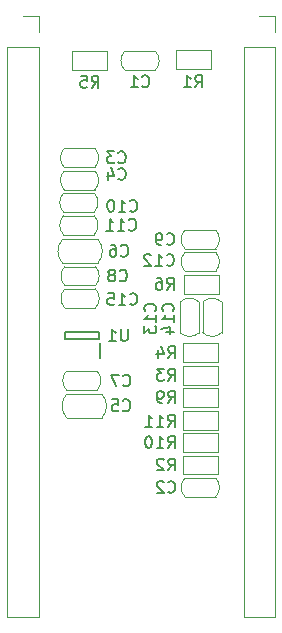
<source format=gbr>
%TF.GenerationSoftware,KiCad,Pcbnew,9.0.0*%
%TF.CreationDate,2025-02-28T11:04:11+07:00*%
%TF.ProjectId,SMT32_Bluepill,534d5433-325f-4426-9c75-6570696c6c2e,rev?*%
%TF.SameCoordinates,Original*%
%TF.FileFunction,Legend,Bot*%
%TF.FilePolarity,Positive*%
%FSLAX46Y46*%
G04 Gerber Fmt 4.6, Leading zero omitted, Abs format (unit mm)*
G04 Created by KiCad (PCBNEW 9.0.0) date 2025-02-28 11:04:11*
%MOMM*%
%LPD*%
G01*
G04 APERTURE LIST*
%ADD10C,0.150000*%
%ADD11C,0.120000*%
%ADD12C,0.200000*%
G04 APERTURE END LIST*
D10*
X32242857Y-85254819D02*
X32576190Y-84778628D01*
X32814285Y-85254819D02*
X32814285Y-84254819D01*
X32814285Y-84254819D02*
X32433333Y-84254819D01*
X32433333Y-84254819D02*
X32338095Y-84302438D01*
X32338095Y-84302438D02*
X32290476Y-84350057D01*
X32290476Y-84350057D02*
X32242857Y-84445295D01*
X32242857Y-84445295D02*
X32242857Y-84588152D01*
X32242857Y-84588152D02*
X32290476Y-84683390D01*
X32290476Y-84683390D02*
X32338095Y-84731009D01*
X32338095Y-84731009D02*
X32433333Y-84778628D01*
X32433333Y-84778628D02*
X32814285Y-84778628D01*
X31290476Y-85254819D02*
X31861904Y-85254819D01*
X31576190Y-85254819D02*
X31576190Y-84254819D01*
X31576190Y-84254819D02*
X31671428Y-84397676D01*
X31671428Y-84397676D02*
X31766666Y-84492914D01*
X31766666Y-84492914D02*
X31861904Y-84540533D01*
X30671428Y-84254819D02*
X30576190Y-84254819D01*
X30576190Y-84254819D02*
X30480952Y-84302438D01*
X30480952Y-84302438D02*
X30433333Y-84350057D01*
X30433333Y-84350057D02*
X30385714Y-84445295D01*
X30385714Y-84445295D02*
X30338095Y-84635771D01*
X30338095Y-84635771D02*
X30338095Y-84873866D01*
X30338095Y-84873866D02*
X30385714Y-85064342D01*
X30385714Y-85064342D02*
X30433333Y-85159580D01*
X30433333Y-85159580D02*
X30480952Y-85207200D01*
X30480952Y-85207200D02*
X30576190Y-85254819D01*
X30576190Y-85254819D02*
X30671428Y-85254819D01*
X30671428Y-85254819D02*
X30766666Y-85207200D01*
X30766666Y-85207200D02*
X30814285Y-85159580D01*
X30814285Y-85159580D02*
X30861904Y-85064342D01*
X30861904Y-85064342D02*
X30909523Y-84873866D01*
X30909523Y-84873866D02*
X30909523Y-84635771D01*
X30909523Y-84635771D02*
X30861904Y-84445295D01*
X30861904Y-84445295D02*
X30814285Y-84350057D01*
X30814285Y-84350057D02*
X30766666Y-84302438D01*
X30766666Y-84302438D02*
X30671428Y-84254819D01*
X32266666Y-81454819D02*
X32599999Y-80978628D01*
X32838094Y-81454819D02*
X32838094Y-80454819D01*
X32838094Y-80454819D02*
X32457142Y-80454819D01*
X32457142Y-80454819D02*
X32361904Y-80502438D01*
X32361904Y-80502438D02*
X32314285Y-80550057D01*
X32314285Y-80550057D02*
X32266666Y-80645295D01*
X32266666Y-80645295D02*
X32266666Y-80788152D01*
X32266666Y-80788152D02*
X32314285Y-80883390D01*
X32314285Y-80883390D02*
X32361904Y-80931009D01*
X32361904Y-80931009D02*
X32457142Y-80978628D01*
X32457142Y-80978628D02*
X32838094Y-80978628D01*
X31790475Y-81454819D02*
X31599999Y-81454819D01*
X31599999Y-81454819D02*
X31504761Y-81407200D01*
X31504761Y-81407200D02*
X31457142Y-81359580D01*
X31457142Y-81359580D02*
X31361904Y-81216723D01*
X31361904Y-81216723D02*
X31314285Y-81026247D01*
X31314285Y-81026247D02*
X31314285Y-80645295D01*
X31314285Y-80645295D02*
X31361904Y-80550057D01*
X31361904Y-80550057D02*
X31409523Y-80502438D01*
X31409523Y-80502438D02*
X31504761Y-80454819D01*
X31504761Y-80454819D02*
X31695237Y-80454819D01*
X31695237Y-80454819D02*
X31790475Y-80502438D01*
X31790475Y-80502438D02*
X31838094Y-80550057D01*
X31838094Y-80550057D02*
X31885713Y-80645295D01*
X31885713Y-80645295D02*
X31885713Y-80883390D01*
X31885713Y-80883390D02*
X31838094Y-80978628D01*
X31838094Y-80978628D02*
X31790475Y-81026247D01*
X31790475Y-81026247D02*
X31695237Y-81073866D01*
X31695237Y-81073866D02*
X31504761Y-81073866D01*
X31504761Y-81073866D02*
X31409523Y-81026247D01*
X31409523Y-81026247D02*
X31361904Y-80978628D01*
X31361904Y-80978628D02*
X31314285Y-80883390D01*
X32242857Y-83454819D02*
X32576190Y-82978628D01*
X32814285Y-83454819D02*
X32814285Y-82454819D01*
X32814285Y-82454819D02*
X32433333Y-82454819D01*
X32433333Y-82454819D02*
X32338095Y-82502438D01*
X32338095Y-82502438D02*
X32290476Y-82550057D01*
X32290476Y-82550057D02*
X32242857Y-82645295D01*
X32242857Y-82645295D02*
X32242857Y-82788152D01*
X32242857Y-82788152D02*
X32290476Y-82883390D01*
X32290476Y-82883390D02*
X32338095Y-82931009D01*
X32338095Y-82931009D02*
X32433333Y-82978628D01*
X32433333Y-82978628D02*
X32814285Y-82978628D01*
X31290476Y-83454819D02*
X31861904Y-83454819D01*
X31576190Y-83454819D02*
X31576190Y-82454819D01*
X31576190Y-82454819D02*
X31671428Y-82597676D01*
X31671428Y-82597676D02*
X31766666Y-82692914D01*
X31766666Y-82692914D02*
X31861904Y-82740533D01*
X30338095Y-83454819D02*
X30909523Y-83454819D01*
X30623809Y-83454819D02*
X30623809Y-82454819D01*
X30623809Y-82454819D02*
X30719047Y-82597676D01*
X30719047Y-82597676D02*
X30814285Y-82692914D01*
X30814285Y-82692914D02*
X30909523Y-82740533D01*
X28441666Y-82059580D02*
X28489285Y-82107200D01*
X28489285Y-82107200D02*
X28632142Y-82154819D01*
X28632142Y-82154819D02*
X28727380Y-82154819D01*
X28727380Y-82154819D02*
X28870237Y-82107200D01*
X28870237Y-82107200D02*
X28965475Y-82011961D01*
X28965475Y-82011961D02*
X29013094Y-81916723D01*
X29013094Y-81916723D02*
X29060713Y-81726247D01*
X29060713Y-81726247D02*
X29060713Y-81583390D01*
X29060713Y-81583390D02*
X29013094Y-81392914D01*
X29013094Y-81392914D02*
X28965475Y-81297676D01*
X28965475Y-81297676D02*
X28870237Y-81202438D01*
X28870237Y-81202438D02*
X28727380Y-81154819D01*
X28727380Y-81154819D02*
X28632142Y-81154819D01*
X28632142Y-81154819D02*
X28489285Y-81202438D01*
X28489285Y-81202438D02*
X28441666Y-81250057D01*
X27536904Y-81154819D02*
X28013094Y-81154819D01*
X28013094Y-81154819D02*
X28060713Y-81631009D01*
X28060713Y-81631009D02*
X28013094Y-81583390D01*
X28013094Y-81583390D02*
X27917856Y-81535771D01*
X27917856Y-81535771D02*
X27679761Y-81535771D01*
X27679761Y-81535771D02*
X27584523Y-81583390D01*
X27584523Y-81583390D02*
X27536904Y-81631009D01*
X27536904Y-81631009D02*
X27489285Y-81726247D01*
X27489285Y-81726247D02*
X27489285Y-81964342D01*
X27489285Y-81964342D02*
X27536904Y-82059580D01*
X27536904Y-82059580D02*
X27584523Y-82107200D01*
X27584523Y-82107200D02*
X27679761Y-82154819D01*
X27679761Y-82154819D02*
X27917856Y-82154819D01*
X27917856Y-82154819D02*
X28013094Y-82107200D01*
X28013094Y-82107200D02*
X28060713Y-82059580D01*
X28066666Y-62459580D02*
X28114285Y-62507200D01*
X28114285Y-62507200D02*
X28257142Y-62554819D01*
X28257142Y-62554819D02*
X28352380Y-62554819D01*
X28352380Y-62554819D02*
X28495237Y-62507200D01*
X28495237Y-62507200D02*
X28590475Y-62411961D01*
X28590475Y-62411961D02*
X28638094Y-62316723D01*
X28638094Y-62316723D02*
X28685713Y-62126247D01*
X28685713Y-62126247D02*
X28685713Y-61983390D01*
X28685713Y-61983390D02*
X28638094Y-61792914D01*
X28638094Y-61792914D02*
X28590475Y-61697676D01*
X28590475Y-61697676D02*
X28495237Y-61602438D01*
X28495237Y-61602438D02*
X28352380Y-61554819D01*
X28352380Y-61554819D02*
X28257142Y-61554819D01*
X28257142Y-61554819D02*
X28114285Y-61602438D01*
X28114285Y-61602438D02*
X28066666Y-61650057D01*
X27209523Y-61888152D02*
X27209523Y-62554819D01*
X27447618Y-61507200D02*
X27685713Y-62221485D01*
X27685713Y-62221485D02*
X27066666Y-62221485D01*
X34566666Y-54723569D02*
X34899999Y-54247378D01*
X35138094Y-54723569D02*
X35138094Y-53723569D01*
X35138094Y-53723569D02*
X34757142Y-53723569D01*
X34757142Y-53723569D02*
X34661904Y-53771188D01*
X34661904Y-53771188D02*
X34614285Y-53818807D01*
X34614285Y-53818807D02*
X34566666Y-53914045D01*
X34566666Y-53914045D02*
X34566666Y-54056902D01*
X34566666Y-54056902D02*
X34614285Y-54152140D01*
X34614285Y-54152140D02*
X34661904Y-54199759D01*
X34661904Y-54199759D02*
X34757142Y-54247378D01*
X34757142Y-54247378D02*
X35138094Y-54247378D01*
X33614285Y-54723569D02*
X34185713Y-54723569D01*
X33899999Y-54723569D02*
X33899999Y-53723569D01*
X33899999Y-53723569D02*
X33995237Y-53866426D01*
X33995237Y-53866426D02*
X34090475Y-53961664D01*
X34090475Y-53961664D02*
X34185713Y-54009283D01*
X28466666Y-79959580D02*
X28514285Y-80007200D01*
X28514285Y-80007200D02*
X28657142Y-80054819D01*
X28657142Y-80054819D02*
X28752380Y-80054819D01*
X28752380Y-80054819D02*
X28895237Y-80007200D01*
X28895237Y-80007200D02*
X28990475Y-79911961D01*
X28990475Y-79911961D02*
X29038094Y-79816723D01*
X29038094Y-79816723D02*
X29085713Y-79626247D01*
X29085713Y-79626247D02*
X29085713Y-79483390D01*
X29085713Y-79483390D02*
X29038094Y-79292914D01*
X29038094Y-79292914D02*
X28990475Y-79197676D01*
X28990475Y-79197676D02*
X28895237Y-79102438D01*
X28895237Y-79102438D02*
X28752380Y-79054819D01*
X28752380Y-79054819D02*
X28657142Y-79054819D01*
X28657142Y-79054819D02*
X28514285Y-79102438D01*
X28514285Y-79102438D02*
X28466666Y-79150057D01*
X28133332Y-79054819D02*
X27466666Y-79054819D01*
X27466666Y-79054819D02*
X27895237Y-80054819D01*
X28266666Y-68959580D02*
X28314285Y-69007200D01*
X28314285Y-69007200D02*
X28457142Y-69054819D01*
X28457142Y-69054819D02*
X28552380Y-69054819D01*
X28552380Y-69054819D02*
X28695237Y-69007200D01*
X28695237Y-69007200D02*
X28790475Y-68911961D01*
X28790475Y-68911961D02*
X28838094Y-68816723D01*
X28838094Y-68816723D02*
X28885713Y-68626247D01*
X28885713Y-68626247D02*
X28885713Y-68483390D01*
X28885713Y-68483390D02*
X28838094Y-68292914D01*
X28838094Y-68292914D02*
X28790475Y-68197676D01*
X28790475Y-68197676D02*
X28695237Y-68102438D01*
X28695237Y-68102438D02*
X28552380Y-68054819D01*
X28552380Y-68054819D02*
X28457142Y-68054819D01*
X28457142Y-68054819D02*
X28314285Y-68102438D01*
X28314285Y-68102438D02*
X28266666Y-68150057D01*
X27409523Y-68054819D02*
X27599999Y-68054819D01*
X27599999Y-68054819D02*
X27695237Y-68102438D01*
X27695237Y-68102438D02*
X27742856Y-68150057D01*
X27742856Y-68150057D02*
X27838094Y-68292914D01*
X27838094Y-68292914D02*
X27885713Y-68483390D01*
X27885713Y-68483390D02*
X27885713Y-68864342D01*
X27885713Y-68864342D02*
X27838094Y-68959580D01*
X27838094Y-68959580D02*
X27790475Y-69007200D01*
X27790475Y-69007200D02*
X27695237Y-69054819D01*
X27695237Y-69054819D02*
X27504761Y-69054819D01*
X27504761Y-69054819D02*
X27409523Y-69007200D01*
X27409523Y-69007200D02*
X27361904Y-68959580D01*
X27361904Y-68959580D02*
X27314285Y-68864342D01*
X27314285Y-68864342D02*
X27314285Y-68626247D01*
X27314285Y-68626247D02*
X27361904Y-68531009D01*
X27361904Y-68531009D02*
X27409523Y-68483390D01*
X27409523Y-68483390D02*
X27504761Y-68435771D01*
X27504761Y-68435771D02*
X27695237Y-68435771D01*
X27695237Y-68435771D02*
X27790475Y-68483390D01*
X27790475Y-68483390D02*
X27838094Y-68531009D01*
X27838094Y-68531009D02*
X27885713Y-68626247D01*
X32166666Y-71854819D02*
X32499999Y-71378628D01*
X32738094Y-71854819D02*
X32738094Y-70854819D01*
X32738094Y-70854819D02*
X32357142Y-70854819D01*
X32357142Y-70854819D02*
X32261904Y-70902438D01*
X32261904Y-70902438D02*
X32214285Y-70950057D01*
X32214285Y-70950057D02*
X32166666Y-71045295D01*
X32166666Y-71045295D02*
X32166666Y-71188152D01*
X32166666Y-71188152D02*
X32214285Y-71283390D01*
X32214285Y-71283390D02*
X32261904Y-71331009D01*
X32261904Y-71331009D02*
X32357142Y-71378628D01*
X32357142Y-71378628D02*
X32738094Y-71378628D01*
X31309523Y-70854819D02*
X31499999Y-70854819D01*
X31499999Y-70854819D02*
X31595237Y-70902438D01*
X31595237Y-70902438D02*
X31642856Y-70950057D01*
X31642856Y-70950057D02*
X31738094Y-71092914D01*
X31738094Y-71092914D02*
X31785713Y-71283390D01*
X31785713Y-71283390D02*
X31785713Y-71664342D01*
X31785713Y-71664342D02*
X31738094Y-71759580D01*
X31738094Y-71759580D02*
X31690475Y-71807200D01*
X31690475Y-71807200D02*
X31595237Y-71854819D01*
X31595237Y-71854819D02*
X31404761Y-71854819D01*
X31404761Y-71854819D02*
X31309523Y-71807200D01*
X31309523Y-71807200D02*
X31261904Y-71759580D01*
X31261904Y-71759580D02*
X31214285Y-71664342D01*
X31214285Y-71664342D02*
X31214285Y-71426247D01*
X31214285Y-71426247D02*
X31261904Y-71331009D01*
X31261904Y-71331009D02*
X31309523Y-71283390D01*
X31309523Y-71283390D02*
X31404761Y-71235771D01*
X31404761Y-71235771D02*
X31595237Y-71235771D01*
X31595237Y-71235771D02*
X31690475Y-71283390D01*
X31690475Y-71283390D02*
X31738094Y-71331009D01*
X31738094Y-71331009D02*
X31785713Y-71426247D01*
X32659580Y-73657142D02*
X32707200Y-73609523D01*
X32707200Y-73609523D02*
X32754819Y-73466666D01*
X32754819Y-73466666D02*
X32754819Y-73371428D01*
X32754819Y-73371428D02*
X32707200Y-73228571D01*
X32707200Y-73228571D02*
X32611961Y-73133333D01*
X32611961Y-73133333D02*
X32516723Y-73085714D01*
X32516723Y-73085714D02*
X32326247Y-73038095D01*
X32326247Y-73038095D02*
X32183390Y-73038095D01*
X32183390Y-73038095D02*
X31992914Y-73085714D01*
X31992914Y-73085714D02*
X31897676Y-73133333D01*
X31897676Y-73133333D02*
X31802438Y-73228571D01*
X31802438Y-73228571D02*
X31754819Y-73371428D01*
X31754819Y-73371428D02*
X31754819Y-73466666D01*
X31754819Y-73466666D02*
X31802438Y-73609523D01*
X31802438Y-73609523D02*
X31850057Y-73657142D01*
X32754819Y-74609523D02*
X32754819Y-74038095D01*
X32754819Y-74323809D02*
X31754819Y-74323809D01*
X31754819Y-74323809D02*
X31897676Y-74228571D01*
X31897676Y-74228571D02*
X31992914Y-74133333D01*
X31992914Y-74133333D02*
X32040533Y-74038095D01*
X32088152Y-75466666D02*
X32754819Y-75466666D01*
X31707200Y-75228571D02*
X32421485Y-74990476D01*
X32421485Y-74990476D02*
X32421485Y-75609523D01*
X32142857Y-69759580D02*
X32190476Y-69807200D01*
X32190476Y-69807200D02*
X32333333Y-69854819D01*
X32333333Y-69854819D02*
X32428571Y-69854819D01*
X32428571Y-69854819D02*
X32571428Y-69807200D01*
X32571428Y-69807200D02*
X32666666Y-69711961D01*
X32666666Y-69711961D02*
X32714285Y-69616723D01*
X32714285Y-69616723D02*
X32761904Y-69426247D01*
X32761904Y-69426247D02*
X32761904Y-69283390D01*
X32761904Y-69283390D02*
X32714285Y-69092914D01*
X32714285Y-69092914D02*
X32666666Y-68997676D01*
X32666666Y-68997676D02*
X32571428Y-68902438D01*
X32571428Y-68902438D02*
X32428571Y-68854819D01*
X32428571Y-68854819D02*
X32333333Y-68854819D01*
X32333333Y-68854819D02*
X32190476Y-68902438D01*
X32190476Y-68902438D02*
X32142857Y-68950057D01*
X31190476Y-69854819D02*
X31761904Y-69854819D01*
X31476190Y-69854819D02*
X31476190Y-68854819D01*
X31476190Y-68854819D02*
X31571428Y-68997676D01*
X31571428Y-68997676D02*
X31666666Y-69092914D01*
X31666666Y-69092914D02*
X31761904Y-69140533D01*
X30809523Y-68950057D02*
X30761904Y-68902438D01*
X30761904Y-68902438D02*
X30666666Y-68854819D01*
X30666666Y-68854819D02*
X30428571Y-68854819D01*
X30428571Y-68854819D02*
X30333333Y-68902438D01*
X30333333Y-68902438D02*
X30285714Y-68950057D01*
X30285714Y-68950057D02*
X30238095Y-69045295D01*
X30238095Y-69045295D02*
X30238095Y-69140533D01*
X30238095Y-69140533D02*
X30285714Y-69283390D01*
X30285714Y-69283390D02*
X30857142Y-69854819D01*
X30857142Y-69854819D02*
X30238095Y-69854819D01*
X31159580Y-73657142D02*
X31207200Y-73609523D01*
X31207200Y-73609523D02*
X31254819Y-73466666D01*
X31254819Y-73466666D02*
X31254819Y-73371428D01*
X31254819Y-73371428D02*
X31207200Y-73228571D01*
X31207200Y-73228571D02*
X31111961Y-73133333D01*
X31111961Y-73133333D02*
X31016723Y-73085714D01*
X31016723Y-73085714D02*
X30826247Y-73038095D01*
X30826247Y-73038095D02*
X30683390Y-73038095D01*
X30683390Y-73038095D02*
X30492914Y-73085714D01*
X30492914Y-73085714D02*
X30397676Y-73133333D01*
X30397676Y-73133333D02*
X30302438Y-73228571D01*
X30302438Y-73228571D02*
X30254819Y-73371428D01*
X30254819Y-73371428D02*
X30254819Y-73466666D01*
X30254819Y-73466666D02*
X30302438Y-73609523D01*
X30302438Y-73609523D02*
X30350057Y-73657142D01*
X31254819Y-74609523D02*
X31254819Y-74038095D01*
X31254819Y-74323809D02*
X30254819Y-74323809D01*
X30254819Y-74323809D02*
X30397676Y-74228571D01*
X30397676Y-74228571D02*
X30492914Y-74133333D01*
X30492914Y-74133333D02*
X30540533Y-74038095D01*
X30254819Y-74942857D02*
X30254819Y-75561904D01*
X30254819Y-75561904D02*
X30635771Y-75228571D01*
X30635771Y-75228571D02*
X30635771Y-75371428D01*
X30635771Y-75371428D02*
X30683390Y-75466666D01*
X30683390Y-75466666D02*
X30731009Y-75514285D01*
X30731009Y-75514285D02*
X30826247Y-75561904D01*
X30826247Y-75561904D02*
X31064342Y-75561904D01*
X31064342Y-75561904D02*
X31159580Y-75514285D01*
X31159580Y-75514285D02*
X31207200Y-75466666D01*
X31207200Y-75466666D02*
X31254819Y-75371428D01*
X31254819Y-75371428D02*
X31254819Y-75085714D01*
X31254819Y-75085714D02*
X31207200Y-74990476D01*
X31207200Y-74990476D02*
X31159580Y-74942857D01*
X28066666Y-61059580D02*
X28114285Y-61107200D01*
X28114285Y-61107200D02*
X28257142Y-61154819D01*
X28257142Y-61154819D02*
X28352380Y-61154819D01*
X28352380Y-61154819D02*
X28495237Y-61107200D01*
X28495237Y-61107200D02*
X28590475Y-61011961D01*
X28590475Y-61011961D02*
X28638094Y-60916723D01*
X28638094Y-60916723D02*
X28685713Y-60726247D01*
X28685713Y-60726247D02*
X28685713Y-60583390D01*
X28685713Y-60583390D02*
X28638094Y-60392914D01*
X28638094Y-60392914D02*
X28590475Y-60297676D01*
X28590475Y-60297676D02*
X28495237Y-60202438D01*
X28495237Y-60202438D02*
X28352380Y-60154819D01*
X28352380Y-60154819D02*
X28257142Y-60154819D01*
X28257142Y-60154819D02*
X28114285Y-60202438D01*
X28114285Y-60202438D02*
X28066666Y-60250057D01*
X27733332Y-60154819D02*
X27114285Y-60154819D01*
X27114285Y-60154819D02*
X27447618Y-60535771D01*
X27447618Y-60535771D02*
X27304761Y-60535771D01*
X27304761Y-60535771D02*
X27209523Y-60583390D01*
X27209523Y-60583390D02*
X27161904Y-60631009D01*
X27161904Y-60631009D02*
X27114285Y-60726247D01*
X27114285Y-60726247D02*
X27114285Y-60964342D01*
X27114285Y-60964342D02*
X27161904Y-61059580D01*
X27161904Y-61059580D02*
X27209523Y-61107200D01*
X27209523Y-61107200D02*
X27304761Y-61154819D01*
X27304761Y-61154819D02*
X27590475Y-61154819D01*
X27590475Y-61154819D02*
X27685713Y-61107200D01*
X27685713Y-61107200D02*
X27733332Y-61059580D01*
X28942857Y-66759580D02*
X28990476Y-66807200D01*
X28990476Y-66807200D02*
X29133333Y-66854819D01*
X29133333Y-66854819D02*
X29228571Y-66854819D01*
X29228571Y-66854819D02*
X29371428Y-66807200D01*
X29371428Y-66807200D02*
X29466666Y-66711961D01*
X29466666Y-66711961D02*
X29514285Y-66616723D01*
X29514285Y-66616723D02*
X29561904Y-66426247D01*
X29561904Y-66426247D02*
X29561904Y-66283390D01*
X29561904Y-66283390D02*
X29514285Y-66092914D01*
X29514285Y-66092914D02*
X29466666Y-65997676D01*
X29466666Y-65997676D02*
X29371428Y-65902438D01*
X29371428Y-65902438D02*
X29228571Y-65854819D01*
X29228571Y-65854819D02*
X29133333Y-65854819D01*
X29133333Y-65854819D02*
X28990476Y-65902438D01*
X28990476Y-65902438D02*
X28942857Y-65950057D01*
X27990476Y-66854819D02*
X28561904Y-66854819D01*
X28276190Y-66854819D02*
X28276190Y-65854819D01*
X28276190Y-65854819D02*
X28371428Y-65997676D01*
X28371428Y-65997676D02*
X28466666Y-66092914D01*
X28466666Y-66092914D02*
X28561904Y-66140533D01*
X27038095Y-66854819D02*
X27609523Y-66854819D01*
X27323809Y-66854819D02*
X27323809Y-65854819D01*
X27323809Y-65854819D02*
X27419047Y-65997676D01*
X27419047Y-65997676D02*
X27514285Y-66092914D01*
X27514285Y-66092914D02*
X27609523Y-66140533D01*
X32166666Y-67959580D02*
X32214285Y-68007200D01*
X32214285Y-68007200D02*
X32357142Y-68054819D01*
X32357142Y-68054819D02*
X32452380Y-68054819D01*
X32452380Y-68054819D02*
X32595237Y-68007200D01*
X32595237Y-68007200D02*
X32690475Y-67911961D01*
X32690475Y-67911961D02*
X32738094Y-67816723D01*
X32738094Y-67816723D02*
X32785713Y-67626247D01*
X32785713Y-67626247D02*
X32785713Y-67483390D01*
X32785713Y-67483390D02*
X32738094Y-67292914D01*
X32738094Y-67292914D02*
X32690475Y-67197676D01*
X32690475Y-67197676D02*
X32595237Y-67102438D01*
X32595237Y-67102438D02*
X32452380Y-67054819D01*
X32452380Y-67054819D02*
X32357142Y-67054819D01*
X32357142Y-67054819D02*
X32214285Y-67102438D01*
X32214285Y-67102438D02*
X32166666Y-67150057D01*
X31690475Y-68054819D02*
X31499999Y-68054819D01*
X31499999Y-68054819D02*
X31404761Y-68007200D01*
X31404761Y-68007200D02*
X31357142Y-67959580D01*
X31357142Y-67959580D02*
X31261904Y-67816723D01*
X31261904Y-67816723D02*
X31214285Y-67626247D01*
X31214285Y-67626247D02*
X31214285Y-67245295D01*
X31214285Y-67245295D02*
X31261904Y-67150057D01*
X31261904Y-67150057D02*
X31309523Y-67102438D01*
X31309523Y-67102438D02*
X31404761Y-67054819D01*
X31404761Y-67054819D02*
X31595237Y-67054819D01*
X31595237Y-67054819D02*
X31690475Y-67102438D01*
X31690475Y-67102438D02*
X31738094Y-67150057D01*
X31738094Y-67150057D02*
X31785713Y-67245295D01*
X31785713Y-67245295D02*
X31785713Y-67483390D01*
X31785713Y-67483390D02*
X31738094Y-67578628D01*
X31738094Y-67578628D02*
X31690475Y-67626247D01*
X31690475Y-67626247D02*
X31595237Y-67673866D01*
X31595237Y-67673866D02*
X31404761Y-67673866D01*
X31404761Y-67673866D02*
X31309523Y-67626247D01*
X31309523Y-67626247D02*
X31261904Y-67578628D01*
X31261904Y-67578628D02*
X31214285Y-67483390D01*
X29042857Y-73059580D02*
X29090476Y-73107200D01*
X29090476Y-73107200D02*
X29233333Y-73154819D01*
X29233333Y-73154819D02*
X29328571Y-73154819D01*
X29328571Y-73154819D02*
X29471428Y-73107200D01*
X29471428Y-73107200D02*
X29566666Y-73011961D01*
X29566666Y-73011961D02*
X29614285Y-72916723D01*
X29614285Y-72916723D02*
X29661904Y-72726247D01*
X29661904Y-72726247D02*
X29661904Y-72583390D01*
X29661904Y-72583390D02*
X29614285Y-72392914D01*
X29614285Y-72392914D02*
X29566666Y-72297676D01*
X29566666Y-72297676D02*
X29471428Y-72202438D01*
X29471428Y-72202438D02*
X29328571Y-72154819D01*
X29328571Y-72154819D02*
X29233333Y-72154819D01*
X29233333Y-72154819D02*
X29090476Y-72202438D01*
X29090476Y-72202438D02*
X29042857Y-72250057D01*
X28090476Y-73154819D02*
X28661904Y-73154819D01*
X28376190Y-73154819D02*
X28376190Y-72154819D01*
X28376190Y-72154819D02*
X28471428Y-72297676D01*
X28471428Y-72297676D02*
X28566666Y-72392914D01*
X28566666Y-72392914D02*
X28661904Y-72440533D01*
X27185714Y-72154819D02*
X27661904Y-72154819D01*
X27661904Y-72154819D02*
X27709523Y-72631009D01*
X27709523Y-72631009D02*
X27661904Y-72583390D01*
X27661904Y-72583390D02*
X27566666Y-72535771D01*
X27566666Y-72535771D02*
X27328571Y-72535771D01*
X27328571Y-72535771D02*
X27233333Y-72583390D01*
X27233333Y-72583390D02*
X27185714Y-72631009D01*
X27185714Y-72631009D02*
X27138095Y-72726247D01*
X27138095Y-72726247D02*
X27138095Y-72964342D01*
X27138095Y-72964342D02*
X27185714Y-73059580D01*
X27185714Y-73059580D02*
X27233333Y-73107200D01*
X27233333Y-73107200D02*
X27328571Y-73154819D01*
X27328571Y-73154819D02*
X27566666Y-73154819D01*
X27566666Y-73154819D02*
X27661904Y-73107200D01*
X27661904Y-73107200D02*
X27709523Y-73059580D01*
X25797916Y-54753569D02*
X26131249Y-54277378D01*
X26369344Y-54753569D02*
X26369344Y-53753569D01*
X26369344Y-53753569D02*
X25988392Y-53753569D01*
X25988392Y-53753569D02*
X25893154Y-53801188D01*
X25893154Y-53801188D02*
X25845535Y-53848807D01*
X25845535Y-53848807D02*
X25797916Y-53944045D01*
X25797916Y-53944045D02*
X25797916Y-54086902D01*
X25797916Y-54086902D02*
X25845535Y-54182140D01*
X25845535Y-54182140D02*
X25893154Y-54229759D01*
X25893154Y-54229759D02*
X25988392Y-54277378D01*
X25988392Y-54277378D02*
X26369344Y-54277378D01*
X24893154Y-53753569D02*
X25369344Y-53753569D01*
X25369344Y-53753569D02*
X25416963Y-54229759D01*
X25416963Y-54229759D02*
X25369344Y-54182140D01*
X25369344Y-54182140D02*
X25274106Y-54134521D01*
X25274106Y-54134521D02*
X25036011Y-54134521D01*
X25036011Y-54134521D02*
X24940773Y-54182140D01*
X24940773Y-54182140D02*
X24893154Y-54229759D01*
X24893154Y-54229759D02*
X24845535Y-54324997D01*
X24845535Y-54324997D02*
X24845535Y-54563092D01*
X24845535Y-54563092D02*
X24893154Y-54658330D01*
X24893154Y-54658330D02*
X24940773Y-54705950D01*
X24940773Y-54705950D02*
X25036011Y-54753569D01*
X25036011Y-54753569D02*
X25274106Y-54753569D01*
X25274106Y-54753569D02*
X25369344Y-54705950D01*
X25369344Y-54705950D02*
X25416963Y-54658330D01*
X32266666Y-77654819D02*
X32599999Y-77178628D01*
X32838094Y-77654819D02*
X32838094Y-76654819D01*
X32838094Y-76654819D02*
X32457142Y-76654819D01*
X32457142Y-76654819D02*
X32361904Y-76702438D01*
X32361904Y-76702438D02*
X32314285Y-76750057D01*
X32314285Y-76750057D02*
X32266666Y-76845295D01*
X32266666Y-76845295D02*
X32266666Y-76988152D01*
X32266666Y-76988152D02*
X32314285Y-77083390D01*
X32314285Y-77083390D02*
X32361904Y-77131009D01*
X32361904Y-77131009D02*
X32457142Y-77178628D01*
X32457142Y-77178628D02*
X32838094Y-77178628D01*
X31409523Y-76988152D02*
X31409523Y-77654819D01*
X31647618Y-76607200D02*
X31885713Y-77321485D01*
X31885713Y-77321485D02*
X31266666Y-77321485D01*
X28836904Y-75204819D02*
X28836904Y-76014342D01*
X28836904Y-76014342D02*
X28789285Y-76109580D01*
X28789285Y-76109580D02*
X28741666Y-76157200D01*
X28741666Y-76157200D02*
X28646428Y-76204819D01*
X28646428Y-76204819D02*
X28455952Y-76204819D01*
X28455952Y-76204819D02*
X28360714Y-76157200D01*
X28360714Y-76157200D02*
X28313095Y-76109580D01*
X28313095Y-76109580D02*
X28265476Y-76014342D01*
X28265476Y-76014342D02*
X28265476Y-75204819D01*
X27265476Y-76204819D02*
X27836904Y-76204819D01*
X27551190Y-76204819D02*
X27551190Y-75204819D01*
X27551190Y-75204819D02*
X27646428Y-75347676D01*
X27646428Y-75347676D02*
X27741666Y-75442914D01*
X27741666Y-75442914D02*
X27836904Y-75490533D01*
X32266666Y-87154819D02*
X32599999Y-86678628D01*
X32838094Y-87154819D02*
X32838094Y-86154819D01*
X32838094Y-86154819D02*
X32457142Y-86154819D01*
X32457142Y-86154819D02*
X32361904Y-86202438D01*
X32361904Y-86202438D02*
X32314285Y-86250057D01*
X32314285Y-86250057D02*
X32266666Y-86345295D01*
X32266666Y-86345295D02*
X32266666Y-86488152D01*
X32266666Y-86488152D02*
X32314285Y-86583390D01*
X32314285Y-86583390D02*
X32361904Y-86631009D01*
X32361904Y-86631009D02*
X32457142Y-86678628D01*
X32457142Y-86678628D02*
X32838094Y-86678628D01*
X31885713Y-86250057D02*
X31838094Y-86202438D01*
X31838094Y-86202438D02*
X31742856Y-86154819D01*
X31742856Y-86154819D02*
X31504761Y-86154819D01*
X31504761Y-86154819D02*
X31409523Y-86202438D01*
X31409523Y-86202438D02*
X31361904Y-86250057D01*
X31361904Y-86250057D02*
X31314285Y-86345295D01*
X31314285Y-86345295D02*
X31314285Y-86440533D01*
X31314285Y-86440533D02*
X31361904Y-86583390D01*
X31361904Y-86583390D02*
X31933332Y-87154819D01*
X31933332Y-87154819D02*
X31314285Y-87154819D01*
X32266666Y-88959580D02*
X32314285Y-89007200D01*
X32314285Y-89007200D02*
X32457142Y-89054819D01*
X32457142Y-89054819D02*
X32552380Y-89054819D01*
X32552380Y-89054819D02*
X32695237Y-89007200D01*
X32695237Y-89007200D02*
X32790475Y-88911961D01*
X32790475Y-88911961D02*
X32838094Y-88816723D01*
X32838094Y-88816723D02*
X32885713Y-88626247D01*
X32885713Y-88626247D02*
X32885713Y-88483390D01*
X32885713Y-88483390D02*
X32838094Y-88292914D01*
X32838094Y-88292914D02*
X32790475Y-88197676D01*
X32790475Y-88197676D02*
X32695237Y-88102438D01*
X32695237Y-88102438D02*
X32552380Y-88054819D01*
X32552380Y-88054819D02*
X32457142Y-88054819D01*
X32457142Y-88054819D02*
X32314285Y-88102438D01*
X32314285Y-88102438D02*
X32266666Y-88150057D01*
X31885713Y-88150057D02*
X31838094Y-88102438D01*
X31838094Y-88102438D02*
X31742856Y-88054819D01*
X31742856Y-88054819D02*
X31504761Y-88054819D01*
X31504761Y-88054819D02*
X31409523Y-88102438D01*
X31409523Y-88102438D02*
X31361904Y-88150057D01*
X31361904Y-88150057D02*
X31314285Y-88245295D01*
X31314285Y-88245295D02*
X31314285Y-88340533D01*
X31314285Y-88340533D02*
X31361904Y-88483390D01*
X31361904Y-88483390D02*
X31933332Y-89054819D01*
X31933332Y-89054819D02*
X31314285Y-89054819D01*
X28166666Y-71059580D02*
X28214285Y-71107200D01*
X28214285Y-71107200D02*
X28357142Y-71154819D01*
X28357142Y-71154819D02*
X28452380Y-71154819D01*
X28452380Y-71154819D02*
X28595237Y-71107200D01*
X28595237Y-71107200D02*
X28690475Y-71011961D01*
X28690475Y-71011961D02*
X28738094Y-70916723D01*
X28738094Y-70916723D02*
X28785713Y-70726247D01*
X28785713Y-70726247D02*
X28785713Y-70583390D01*
X28785713Y-70583390D02*
X28738094Y-70392914D01*
X28738094Y-70392914D02*
X28690475Y-70297676D01*
X28690475Y-70297676D02*
X28595237Y-70202438D01*
X28595237Y-70202438D02*
X28452380Y-70154819D01*
X28452380Y-70154819D02*
X28357142Y-70154819D01*
X28357142Y-70154819D02*
X28214285Y-70202438D01*
X28214285Y-70202438D02*
X28166666Y-70250057D01*
X27595237Y-70583390D02*
X27690475Y-70535771D01*
X27690475Y-70535771D02*
X27738094Y-70488152D01*
X27738094Y-70488152D02*
X27785713Y-70392914D01*
X27785713Y-70392914D02*
X27785713Y-70345295D01*
X27785713Y-70345295D02*
X27738094Y-70250057D01*
X27738094Y-70250057D02*
X27690475Y-70202438D01*
X27690475Y-70202438D02*
X27595237Y-70154819D01*
X27595237Y-70154819D02*
X27404761Y-70154819D01*
X27404761Y-70154819D02*
X27309523Y-70202438D01*
X27309523Y-70202438D02*
X27261904Y-70250057D01*
X27261904Y-70250057D02*
X27214285Y-70345295D01*
X27214285Y-70345295D02*
X27214285Y-70392914D01*
X27214285Y-70392914D02*
X27261904Y-70488152D01*
X27261904Y-70488152D02*
X27309523Y-70535771D01*
X27309523Y-70535771D02*
X27404761Y-70583390D01*
X27404761Y-70583390D02*
X27595237Y-70583390D01*
X27595237Y-70583390D02*
X27690475Y-70631009D01*
X27690475Y-70631009D02*
X27738094Y-70678628D01*
X27738094Y-70678628D02*
X27785713Y-70773866D01*
X27785713Y-70773866D02*
X27785713Y-70964342D01*
X27785713Y-70964342D02*
X27738094Y-71059580D01*
X27738094Y-71059580D02*
X27690475Y-71107200D01*
X27690475Y-71107200D02*
X27595237Y-71154819D01*
X27595237Y-71154819D02*
X27404761Y-71154819D01*
X27404761Y-71154819D02*
X27309523Y-71107200D01*
X27309523Y-71107200D02*
X27261904Y-71059580D01*
X27261904Y-71059580D02*
X27214285Y-70964342D01*
X27214285Y-70964342D02*
X27214285Y-70773866D01*
X27214285Y-70773866D02*
X27261904Y-70678628D01*
X27261904Y-70678628D02*
X27309523Y-70631009D01*
X27309523Y-70631009D02*
X27404761Y-70583390D01*
X32266666Y-79554819D02*
X32599999Y-79078628D01*
X32838094Y-79554819D02*
X32838094Y-78554819D01*
X32838094Y-78554819D02*
X32457142Y-78554819D01*
X32457142Y-78554819D02*
X32361904Y-78602438D01*
X32361904Y-78602438D02*
X32314285Y-78650057D01*
X32314285Y-78650057D02*
X32266666Y-78745295D01*
X32266666Y-78745295D02*
X32266666Y-78888152D01*
X32266666Y-78888152D02*
X32314285Y-78983390D01*
X32314285Y-78983390D02*
X32361904Y-79031009D01*
X32361904Y-79031009D02*
X32457142Y-79078628D01*
X32457142Y-79078628D02*
X32838094Y-79078628D01*
X31933332Y-78554819D02*
X31314285Y-78554819D01*
X31314285Y-78554819D02*
X31647618Y-78935771D01*
X31647618Y-78935771D02*
X31504761Y-78935771D01*
X31504761Y-78935771D02*
X31409523Y-78983390D01*
X31409523Y-78983390D02*
X31361904Y-79031009D01*
X31361904Y-79031009D02*
X31314285Y-79126247D01*
X31314285Y-79126247D02*
X31314285Y-79364342D01*
X31314285Y-79364342D02*
X31361904Y-79459580D01*
X31361904Y-79459580D02*
X31409523Y-79507200D01*
X31409523Y-79507200D02*
X31504761Y-79554819D01*
X31504761Y-79554819D02*
X31790475Y-79554819D01*
X31790475Y-79554819D02*
X31885713Y-79507200D01*
X31885713Y-79507200D02*
X31933332Y-79459580D01*
X29042857Y-65159580D02*
X29090476Y-65207200D01*
X29090476Y-65207200D02*
X29233333Y-65254819D01*
X29233333Y-65254819D02*
X29328571Y-65254819D01*
X29328571Y-65254819D02*
X29471428Y-65207200D01*
X29471428Y-65207200D02*
X29566666Y-65111961D01*
X29566666Y-65111961D02*
X29614285Y-65016723D01*
X29614285Y-65016723D02*
X29661904Y-64826247D01*
X29661904Y-64826247D02*
X29661904Y-64683390D01*
X29661904Y-64683390D02*
X29614285Y-64492914D01*
X29614285Y-64492914D02*
X29566666Y-64397676D01*
X29566666Y-64397676D02*
X29471428Y-64302438D01*
X29471428Y-64302438D02*
X29328571Y-64254819D01*
X29328571Y-64254819D02*
X29233333Y-64254819D01*
X29233333Y-64254819D02*
X29090476Y-64302438D01*
X29090476Y-64302438D02*
X29042857Y-64350057D01*
X28090476Y-65254819D02*
X28661904Y-65254819D01*
X28376190Y-65254819D02*
X28376190Y-64254819D01*
X28376190Y-64254819D02*
X28471428Y-64397676D01*
X28471428Y-64397676D02*
X28566666Y-64492914D01*
X28566666Y-64492914D02*
X28661904Y-64540533D01*
X27471428Y-64254819D02*
X27376190Y-64254819D01*
X27376190Y-64254819D02*
X27280952Y-64302438D01*
X27280952Y-64302438D02*
X27233333Y-64350057D01*
X27233333Y-64350057D02*
X27185714Y-64445295D01*
X27185714Y-64445295D02*
X27138095Y-64635771D01*
X27138095Y-64635771D02*
X27138095Y-64873866D01*
X27138095Y-64873866D02*
X27185714Y-65064342D01*
X27185714Y-65064342D02*
X27233333Y-65159580D01*
X27233333Y-65159580D02*
X27280952Y-65207200D01*
X27280952Y-65207200D02*
X27376190Y-65254819D01*
X27376190Y-65254819D02*
X27471428Y-65254819D01*
X27471428Y-65254819D02*
X27566666Y-65207200D01*
X27566666Y-65207200D02*
X27614285Y-65159580D01*
X27614285Y-65159580D02*
X27661904Y-65064342D01*
X27661904Y-65064342D02*
X27709523Y-64873866D01*
X27709523Y-64873866D02*
X27709523Y-64635771D01*
X27709523Y-64635771D02*
X27661904Y-64445295D01*
X27661904Y-64445295D02*
X27614285Y-64350057D01*
X27614285Y-64350057D02*
X27566666Y-64302438D01*
X27566666Y-64302438D02*
X27471428Y-64254819D01*
X30066666Y-54628330D02*
X30114285Y-54675950D01*
X30114285Y-54675950D02*
X30257142Y-54723569D01*
X30257142Y-54723569D02*
X30352380Y-54723569D01*
X30352380Y-54723569D02*
X30495237Y-54675950D01*
X30495237Y-54675950D02*
X30590475Y-54580711D01*
X30590475Y-54580711D02*
X30638094Y-54485473D01*
X30638094Y-54485473D02*
X30685713Y-54294997D01*
X30685713Y-54294997D02*
X30685713Y-54152140D01*
X30685713Y-54152140D02*
X30638094Y-53961664D01*
X30638094Y-53961664D02*
X30590475Y-53866426D01*
X30590475Y-53866426D02*
X30495237Y-53771188D01*
X30495237Y-53771188D02*
X30352380Y-53723569D01*
X30352380Y-53723569D02*
X30257142Y-53723569D01*
X30257142Y-53723569D02*
X30114285Y-53771188D01*
X30114285Y-53771188D02*
X30066666Y-53818807D01*
X29114285Y-54723569D02*
X29685713Y-54723569D01*
X29399999Y-54723569D02*
X29399999Y-53723569D01*
X29399999Y-53723569D02*
X29495237Y-53866426D01*
X29495237Y-53866426D02*
X29590475Y-53961664D01*
X29590475Y-53961664D02*
X29685713Y-54009283D01*
D11*
%TO.C,R10*%
X33500000Y-84000000D02*
X36500000Y-84000000D01*
X33500000Y-85600000D02*
X33500000Y-84000000D01*
X36500000Y-84000000D02*
X36500000Y-85600000D01*
X36500000Y-85600000D02*
X33500000Y-85600000D01*
%TO.C,R9*%
X33500000Y-80200000D02*
X36500000Y-80200000D01*
X33500000Y-81800000D02*
X33500000Y-80200000D01*
X36500000Y-80200000D02*
X36500000Y-81800000D01*
X36500000Y-81800000D02*
X33500000Y-81800000D01*
%TO.C,R11*%
X33500000Y-82100000D02*
X36500000Y-82100000D01*
X33500000Y-83700000D02*
X33500000Y-82100000D01*
X36500000Y-82100000D02*
X36500000Y-83700000D01*
X36500000Y-83700000D02*
X33500000Y-83700000D01*
%TO.C,P4*%
X18670000Y-51270000D02*
X18670000Y-99590000D01*
X21330000Y-48670000D02*
X20000000Y-48670000D01*
X21330000Y-50000000D02*
X21330000Y-48670000D01*
X21330000Y-51270000D02*
X18670000Y-51270000D01*
X21330000Y-51270000D02*
X21330000Y-99590000D01*
X21330000Y-99590000D02*
X18670000Y-99590000D01*
%TO.C,C5*%
X23675000Y-80700000D02*
X26675000Y-80700000D01*
X26675000Y-82700000D02*
X23675000Y-82700000D01*
X23675000Y-82700000D02*
G75*
G02*
X23675000Y-80700000I1122254J1000000D01*
G01*
X26675000Y-80700000D02*
G75*
G02*
X26675000Y-82700000I-1122254J-1000000D01*
G01*
%TO.C,C4*%
X23475000Y-61799998D02*
X26075000Y-61800000D01*
X26075000Y-63400002D02*
X23475000Y-63400000D01*
X23475000Y-63400000D02*
G75*
G02*
X23475000Y-61799998I840224J800001D01*
G01*
X26075000Y-61800000D02*
G75*
G02*
X26075000Y-63400002I-840224J-800001D01*
G01*
%TO.C,R1*%
X32900000Y-51600000D02*
X35900000Y-51600000D01*
X32900000Y-53200000D02*
X32900000Y-51600000D01*
X35900000Y-51600000D02*
X35900000Y-53200000D01*
X35900000Y-53200000D02*
X32900000Y-53200000D01*
%TO.C,C7*%
X23665000Y-78749998D02*
X26265000Y-78750000D01*
X26265000Y-80350002D02*
X23665000Y-80350000D01*
X23665000Y-80350000D02*
G75*
G02*
X23665000Y-78749998I840224J800001D01*
G01*
X26265000Y-78750000D02*
G75*
G02*
X26265000Y-80350002I-840224J-800001D01*
G01*
%TO.C,C6*%
X23325000Y-67600000D02*
X26325000Y-67600000D01*
X26325000Y-69600000D02*
X23325000Y-69600000D01*
X23325000Y-69600000D02*
G75*
G02*
X23325000Y-67600000I1122254J1000000D01*
G01*
X26325000Y-67600000D02*
G75*
G02*
X26325000Y-69600000I-1122254J-1000000D01*
G01*
%TO.C,R6*%
X33600000Y-70600000D02*
X36600000Y-70600000D01*
X33600000Y-72200000D02*
X33600000Y-70600000D01*
X36600000Y-70600000D02*
X36600000Y-72200000D01*
X36600000Y-72200000D02*
X33600000Y-72200000D01*
%TO.C,C14*%
X35199998Y-75500000D02*
X35200000Y-72900000D01*
X36800002Y-72900000D02*
X36800000Y-75500000D01*
X35200000Y-72900000D02*
G75*
G02*
X36800002Y-72900000I800001J-840224D01*
G01*
X36800000Y-75500000D02*
G75*
G02*
X35199998Y-75500000I-800001J840224D01*
G01*
%TO.C,C12*%
X33700000Y-68699998D02*
X36300000Y-68700000D01*
X36300000Y-70300002D02*
X33700000Y-70300000D01*
X33700000Y-70300000D02*
G75*
G02*
X33700000Y-68699998I840224J800001D01*
G01*
X36300000Y-68700000D02*
G75*
G02*
X36300000Y-70300002I-840224J-800001D01*
G01*
%TO.C,C13*%
X33299998Y-75500000D02*
X33300000Y-72900000D01*
X34900002Y-72900000D02*
X34900000Y-75500000D01*
X33300000Y-72900000D02*
G75*
G02*
X34900002Y-72900000I800001J-840224D01*
G01*
X34900000Y-75500000D02*
G75*
G02*
X33299998Y-75500000I-800001J840224D01*
G01*
%TO.C,C3*%
X23475000Y-59899998D02*
X26075000Y-59900000D01*
X26075000Y-61500002D02*
X23475000Y-61500000D01*
X23475000Y-61500000D02*
G75*
G02*
X23475000Y-59899998I840224J800001D01*
G01*
X26075000Y-59900000D02*
G75*
G02*
X26075000Y-61500002I-840224J-800001D01*
G01*
%TO.C,C11*%
X23415122Y-65599998D02*
X26015122Y-65600000D01*
X26015122Y-67200002D02*
X23415122Y-67200000D01*
X23415122Y-67200000D02*
G75*
G02*
X23415122Y-65599998I840224J800001D01*
G01*
X26015122Y-65600000D02*
G75*
G02*
X26015122Y-67200002I-840224J-800001D01*
G01*
%TO.C,C9*%
X33700000Y-66799998D02*
X36300000Y-66800000D01*
X36300000Y-68400002D02*
X33700000Y-68400000D01*
X33700000Y-68400000D02*
G75*
G02*
X33700000Y-66799998I840224J800001D01*
G01*
X36300000Y-66800000D02*
G75*
G02*
X36300000Y-68400002I-840224J-800001D01*
G01*
%TO.C,C15*%
X23525000Y-71799998D02*
X26125000Y-71800000D01*
X26125000Y-73400002D02*
X23525000Y-73400000D01*
X23525000Y-73400000D02*
G75*
G02*
X23525000Y-71799998I840224J800001D01*
G01*
X26125000Y-71800000D02*
G75*
G02*
X26125000Y-73400002I-840224J-800001D01*
G01*
%TO.C,R5*%
X24131250Y-51668750D02*
X27131250Y-51668750D01*
X24131250Y-53268750D02*
X24131250Y-51668750D01*
X27131250Y-51668750D02*
X27131250Y-53268750D01*
X27131250Y-53268750D02*
X24131250Y-53268750D01*
%TO.C,R4*%
X33500000Y-76400000D02*
X36500000Y-76400000D01*
X33500000Y-78000000D02*
X33500000Y-76400000D01*
X36500000Y-76400000D02*
X36500000Y-78000000D01*
X36500000Y-78000000D02*
X33500000Y-78000000D01*
D12*
%TO.C,U1*%
X23517000Y-75475000D02*
X23517000Y-76025000D01*
X23517000Y-76025000D02*
X26413000Y-76025000D01*
X26413000Y-75475000D02*
X23517000Y-75475000D01*
X26413000Y-76025000D02*
X26413000Y-75475000D01*
X26479000Y-77625000D02*
X26479000Y-76375000D01*
D11*
%TO.C,R2*%
X33500000Y-85900000D02*
X36500000Y-85900000D01*
X33500000Y-87500000D02*
X33500000Y-85900000D01*
X36500000Y-85900000D02*
X36500000Y-87500000D01*
X36500000Y-87500000D02*
X33500000Y-87500000D01*
%TO.C,C2*%
X33700000Y-87799998D02*
X36300000Y-87800000D01*
X36300000Y-89400002D02*
X33700000Y-89400000D01*
X33700000Y-89400000D02*
G75*
G02*
X33700000Y-87799998I840224J800001D01*
G01*
X36300000Y-87800000D02*
G75*
G02*
X36300000Y-89400002I-840224J-800001D01*
G01*
%TO.C,C8*%
X23525000Y-69899998D02*
X26125000Y-69900000D01*
X26125000Y-71500002D02*
X23525000Y-71500000D01*
X23525000Y-71500000D02*
G75*
G02*
X23525000Y-69899998I840224J800001D01*
G01*
X26125000Y-69900000D02*
G75*
G02*
X26125000Y-71500002I-840224J-800001D01*
G01*
%TO.C,R3*%
X33500000Y-78300000D02*
X36500000Y-78300000D01*
X33500000Y-79900000D02*
X33500000Y-78300000D01*
X36500000Y-78300000D02*
X36500000Y-79900000D01*
X36500000Y-79900000D02*
X33500000Y-79900000D01*
%TO.C,P3*%
X38670000Y-51270000D02*
X38670000Y-99590000D01*
X41330000Y-48670000D02*
X40000000Y-48670000D01*
X41330000Y-50000000D02*
X41330000Y-48670000D01*
X41330000Y-51270000D02*
X38670000Y-51270000D01*
X41330000Y-51270000D02*
X41330000Y-99590000D01*
X41330000Y-99590000D02*
X38670000Y-99590000D01*
%TO.C,C10*%
X23415122Y-63679994D02*
X26015122Y-63679996D01*
X26015122Y-65279998D02*
X23415122Y-65279996D01*
X23415122Y-65279996D02*
G75*
G02*
X23415122Y-63679994I840224J800001D01*
G01*
X26015122Y-63679996D02*
G75*
G02*
X26015122Y-65279998I-840224J-800001D01*
G01*
%TO.C,C1*%
X28600000Y-51668748D02*
X31200000Y-51668750D01*
X31200000Y-53268752D02*
X28600000Y-53268750D01*
X28600000Y-53268750D02*
G75*
G02*
X28600000Y-51668748I840224J800001D01*
G01*
X31200000Y-51668750D02*
G75*
G02*
X31200000Y-53268752I-840224J-800001D01*
G01*
%TD*%
M02*

</source>
